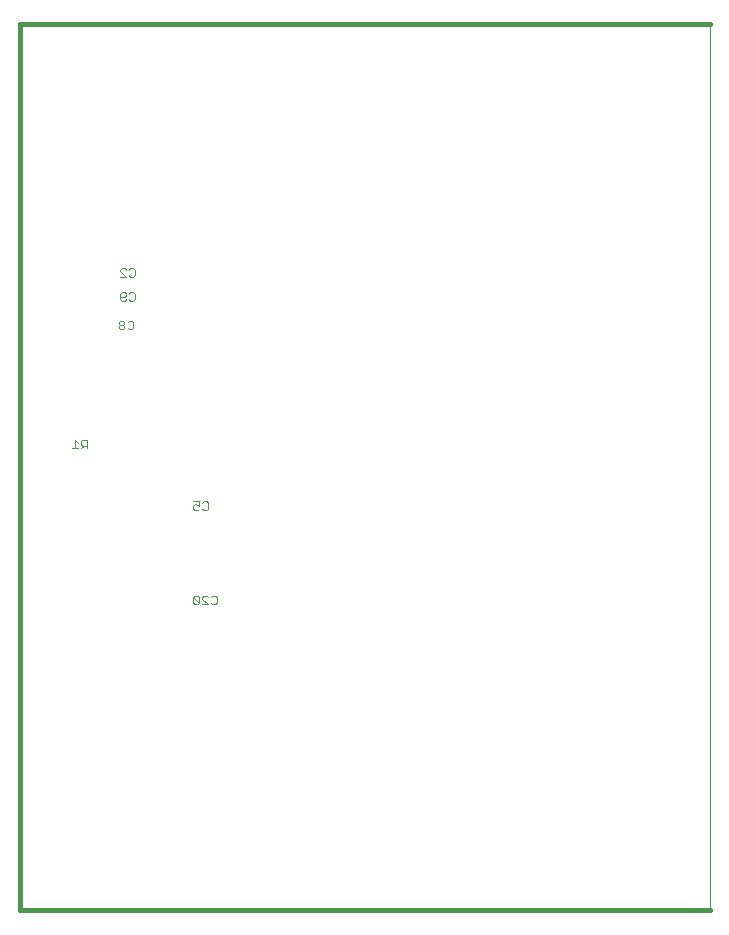
<source format=gbo>
G75*
%MOIN*%
%OFA0B0*%
%FSLAX25Y25*%
%IPPOS*%
%LPD*%
%AMOC8*
5,1,8,0,0,1.08239X$1,22.5*
%
%ADD10C,0.01600*%
%ADD11C,0.00100*%
%ADD12C,0.00300*%
D10*
X0027500Y0001800D02*
X0027500Y0297076D01*
X0257500Y0297076D01*
X0257500Y0001800D02*
X0027500Y0001800D01*
D11*
X0257500Y0001800D02*
X0257500Y0297076D01*
D12*
X0090243Y0137669D02*
X0090243Y0135734D01*
X0089759Y0135250D01*
X0088792Y0135250D01*
X0088308Y0135734D01*
X0087297Y0135734D02*
X0086813Y0135250D01*
X0085845Y0135250D01*
X0085362Y0135734D01*
X0085362Y0136701D01*
X0085845Y0137185D01*
X0086329Y0137185D01*
X0087297Y0136701D01*
X0087297Y0138152D01*
X0085362Y0138152D01*
X0088308Y0137669D02*
X0088792Y0138152D01*
X0089759Y0138152D01*
X0090243Y0137669D01*
X0089759Y0106652D02*
X0090243Y0106169D01*
X0089759Y0106652D02*
X0088792Y0106652D01*
X0088308Y0106169D01*
X0088308Y0105685D01*
X0090243Y0103750D01*
X0088308Y0103750D01*
X0087297Y0104234D02*
X0085362Y0106169D01*
X0085362Y0104234D01*
X0085845Y0103750D01*
X0086813Y0103750D01*
X0087297Y0104234D01*
X0087297Y0106169D01*
X0086813Y0106652D01*
X0085845Y0106652D01*
X0085362Y0106169D01*
X0091255Y0106169D02*
X0091738Y0106652D01*
X0092706Y0106652D01*
X0093190Y0106169D01*
X0093190Y0104234D01*
X0092706Y0103750D01*
X0091738Y0103750D01*
X0091255Y0104234D01*
X0049743Y0155750D02*
X0049743Y0158652D01*
X0048292Y0158652D01*
X0047808Y0158169D01*
X0047808Y0157201D01*
X0048292Y0156717D01*
X0049743Y0156717D01*
X0048776Y0156717D02*
X0047808Y0155750D01*
X0046797Y0155750D02*
X0044862Y0155750D01*
X0045829Y0155750D02*
X0045829Y0158652D01*
X0046797Y0157685D01*
X0060952Y0195450D02*
X0061920Y0195450D01*
X0062403Y0195934D01*
X0062403Y0196417D01*
X0061920Y0196901D01*
X0060952Y0196901D01*
X0060469Y0196417D01*
X0060469Y0195934D01*
X0060952Y0195450D01*
X0060952Y0196901D02*
X0060469Y0197385D01*
X0060469Y0197869D01*
X0060952Y0198352D01*
X0061920Y0198352D01*
X0062403Y0197869D01*
X0062403Y0197385D01*
X0061920Y0196901D01*
X0063415Y0195934D02*
X0063899Y0195450D01*
X0064866Y0195450D01*
X0065350Y0195934D01*
X0065350Y0197869D01*
X0064866Y0198352D01*
X0063899Y0198352D01*
X0063415Y0197869D01*
X0064399Y0204950D02*
X0063915Y0205434D01*
X0064399Y0204950D02*
X0065366Y0204950D01*
X0065850Y0205434D01*
X0065850Y0207369D01*
X0065366Y0207852D01*
X0064399Y0207852D01*
X0063915Y0207369D01*
X0062903Y0207369D02*
X0062903Y0206885D01*
X0062420Y0206401D01*
X0060969Y0206401D01*
X0060969Y0205434D02*
X0060969Y0207369D01*
X0061452Y0207852D01*
X0062420Y0207852D01*
X0062903Y0207369D01*
X0062903Y0205434D02*
X0062420Y0204950D01*
X0061452Y0204950D01*
X0060969Y0205434D01*
X0060969Y0212950D02*
X0062903Y0212950D01*
X0060969Y0214885D01*
X0060969Y0215369D01*
X0061452Y0215852D01*
X0062420Y0215852D01*
X0062903Y0215369D01*
X0063915Y0215369D02*
X0064399Y0215852D01*
X0065366Y0215852D01*
X0065850Y0215369D01*
X0065850Y0213434D01*
X0065366Y0212950D01*
X0064399Y0212950D01*
X0063915Y0213434D01*
M02*

</source>
